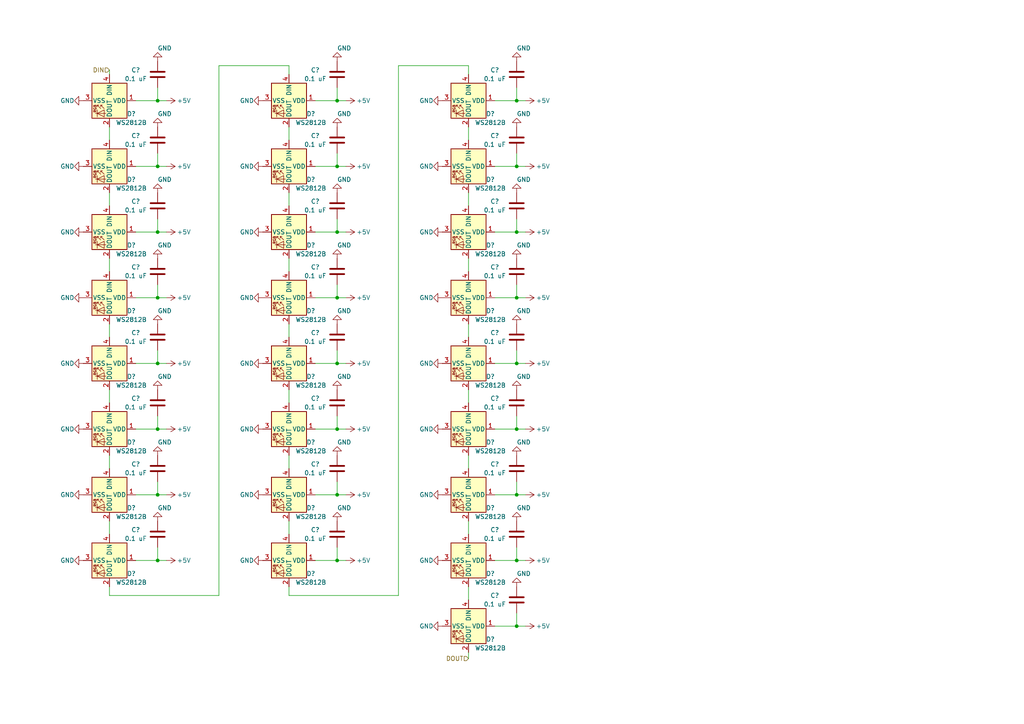
<source format=kicad_sch>
(kicad_sch (version 20211123) (generator eeschema)
  (paper "A4")
  (lib_symbols
    (symbol "Device:C" (pin_numbers hide) (pin_names (offset 0.254))
      (property "Reference" "C" (at 0.635 2.54 0))
      (property "Value" "C" (at 0.635 -2.54 0))
      (symbol "C_0_1"
        (polyline (pts (xy -2.032 -0.762) (xy 2.032 -0.762)) (stroke (width 0.508)))
        (polyline (pts (xy -2.032 0.762) (xy 2.032 0.762)) (stroke (width 0.508)))
      )
      (symbol "C_1_1"
        (pin passive line (at 0 3.81 270) (length 2.794) (name "~") (number "1"))
        (pin passive line (at 0 -3.81 90) (length 2.794) (name "~") (number "2"))
      )
    )
    (symbol "LED:WS2812B" (pin_names (offset 0.254))
      (property "Reference" "D" (at 5.08 5.715 0))
      (property "Value" "WS2812B" (at 1.27 -5.715 0))
      (symbol "WS2812B_0_0"
        (text "RGB" (at 2.286 -4.191 0) (effects (font (size 0.762 0.762))))
      )
      (symbol "WS2812B_0_1"
        (polyline (pts (xy 1.27 -3.556) (xy 1.778 -3.556)))
        (polyline (pts (xy 1.27 -2.54) (xy 1.778 -2.54)))
        (polyline (pts (xy 4.699 -3.556) (xy 2.667 -3.556)))
        (polyline (pts (xy 2.286 -2.54) (xy 1.27 -3.556) (xy 1.27 -3.048)))
        (polyline (pts (xy 2.286 -1.524) (xy 1.27 -2.54) (xy 1.27 -2.032)))
        (polyline (pts (xy 3.683 -1.016) (xy 3.683 -3.556) (xy 3.683 -4.064)))
        (polyline (pts (xy 4.699 -1.524) (xy 2.667 -1.524) (xy 3.683 -3.556) (xy 4.699 -1.524)))
        (rectangle (start 5.08 5.08) (end -5.08 -5.08) (stroke (width 0.254)) (fill (type background)))
      )
      (symbol "WS2812B_1_1"
        (pin power_in line (at 0 7.62 270) (length 2.54) (name "VDD") (number "1"))
        (pin output line (at 7.62 0 180) (length 2.54) (name "DOUT") (number "2"))
        (pin power_in line (at 0 -7.62 90) (length 2.54) (name "VSS") (number "3"))
        (pin input line (at -7.62 0 0) (length 2.54) (name "DIN") (number "4"))
      )
    )
    (symbol "power:+5V" (power) (pin_names (offset 0))
      (property "Value" "+5V" (at 0 3.556 0))
      (symbol "+5V_0_1"
        (polyline (pts (xy -0.762 1.27) (xy 0 2.54)))
        (polyline (pts (xy 0 0) (xy 0 2.54)))
        (polyline (pts (xy 0 2.54) (xy 0.762 1.27)))
      )
      (symbol "+5V_1_1"
        (pin power_in line (at 0 0 90) (length 0) hide (name "+5V") (number "1"))
      )
    )
    (symbol "power:GND" (power) (pin_names (offset 0))
      (property "Value" "GND" (at 0 -3.81 0))
      (symbol "GND_0_1"
        (polyline (pts (xy 0 0) (xy 0 -1.27) (xy 1.27 -1.27) (xy 0 -2.54) (xy -1.27 -1.27) (xy 0 -1.27)))
      )
      (symbol "GND_1_1"
        (pin power_in line (at 0 0 270) (length 0) hide (name "GND") (number "1"))
      )
    )
  )
  (junction (at 97.79 162.56))
  (junction (at 149.86 86.36))
  (junction (at 97.79 48.26))
  (junction (at 45.72 105.41))
  (junction (at 45.72 48.26))
  (junction (at 149.86 181.61))
  (junction (at 149.86 48.26))
  (junction (at 97.79 86.36))
  (junction (at 149.86 105.41))
  (junction (at 45.72 67.31))
  (junction (at 45.72 143.51))
  (junction (at 97.79 143.51))
  (junction (at 149.86 29.21))
  (junction (at 45.72 86.36))
  (junction (at 45.72 162.56))
  (junction (at 97.79 67.31))
  (junction (at 45.72 124.46))
  (junction (at 97.79 124.46))
  (junction (at 149.86 124.46))
  (junction (at 149.86 143.51))
  (junction (at 149.86 162.56))
  (junction (at 97.79 105.41))
  (junction (at 149.86 67.31))
  (junction (at 97.79 29.21))
  (junction (at 45.72 29.21))
  (wire (pts (xy 149.86 63.5) (xy 149.86 67.31)))
  (wire (pts (xy 135.89 191.008) (xy 135.89 189.23)))
  (wire (pts (xy 149.86 25.4) (xy 149.86 29.21)))
  (wire (pts (xy 135.89 151.13) (xy 135.89 154.94)))
  (wire (pts (xy 152.4 105.41) (xy 149.86 105.41)))
  (wire (pts (xy 63.5 19.05) (xy 63.5 172.72)))
  (wire (pts (xy 45.72 101.6) (xy 45.72 105.41)))
  (wire (pts (xy 143.51 67.31) (xy 149.86 67.31)))
  (wire (pts (xy 135.89 55.88) (xy 135.89 59.69)))
  (wire (pts (xy 97.79 63.5) (xy 97.79 67.31)))
  (wire (pts (xy 31.75 113.03) (xy 31.75 116.84)))
  (wire (pts (xy 83.82 113.03) (xy 83.82 116.84)))
  (wire (pts (xy 152.4 48.26) (xy 149.86 48.26)))
  (wire (pts (xy 143.51 105.41) (xy 149.86 105.41)))
  (wire (pts (xy 100.33 86.36) (xy 97.79 86.36)))
  (wire (pts (xy 48.26 86.36) (xy 45.72 86.36)))
  (wire (pts (xy 143.51 48.26) (xy 149.86 48.26)))
  (wire (pts (xy 48.26 162.56) (xy 45.72 162.56)))
  (wire (pts (xy 91.44 143.51) (xy 97.79 143.51)))
  (wire (pts (xy 48.26 67.31) (xy 45.72 67.31)))
  (wire (pts (xy 149.86 101.6) (xy 149.86 105.41)))
  (wire (pts (xy 31.75 55.88) (xy 31.75 59.69)))
  (wire (pts (xy 91.44 162.56) (xy 97.79 162.56)))
  (wire (pts (xy 143.51 181.61) (xy 149.86 181.61)))
  (wire (pts (xy 100.33 143.51) (xy 97.79 143.51)))
  (wire (pts (xy 143.51 143.51) (xy 149.86 143.51)))
  (wire (pts (xy 97.79 158.75) (xy 97.79 162.56)))
  (wire (pts (xy 135.89 170.18) (xy 135.89 173.99)))
  (wire (pts (xy 39.37 86.36) (xy 45.72 86.36)))
  (wire (pts (xy 143.51 162.56) (xy 149.86 162.56)))
  (wire (pts (xy 83.82 74.93) (xy 83.82 78.74)))
  (wire (pts (xy 143.51 29.21) (xy 149.86 29.21)))
  (wire (pts (xy 152.4 162.56) (xy 149.86 162.56)))
  (wire (pts (xy 149.86 158.75) (xy 149.86 162.56)))
  (wire (pts (xy 39.37 105.41) (xy 45.72 105.41)))
  (wire (pts (xy 143.51 86.36) (xy 149.86 86.36)))
  (wire (pts (xy 100.33 48.26) (xy 97.79 48.26)))
  (wire (pts (xy 91.44 29.21) (xy 97.79 29.21)))
  (wire (pts (xy 149.86 120.65) (xy 149.86 124.46)))
  (wire (pts (xy 152.4 67.31) (xy 149.86 67.31)))
  (wire (pts (xy 31.75 20.32) (xy 31.75 21.59)))
  (wire (pts (xy 45.72 158.75) (xy 45.72 162.56)))
  (wire (pts (xy 152.4 143.51) (xy 149.86 143.51)))
  (wire (pts (xy 83.82 151.13) (xy 83.82 154.94)))
  (wire (pts (xy 83.82 36.83) (xy 83.82 40.64)))
  (wire (pts (xy 135.89 19.05) (xy 135.89 21.59)))
  (wire (pts (xy 115.57 19.05) (xy 115.57 172.72)))
  (wire (pts (xy 31.75 170.18) (xy 31.75 172.72)))
  (wire (pts (xy 83.82 55.88) (xy 83.82 59.69)))
  (wire (pts (xy 63.5 19.05) (xy 83.82 19.05)))
  (wire (pts (xy 48.26 29.21) (xy 45.72 29.21)))
  (wire (pts (xy 97.79 120.65) (xy 97.79 124.46)))
  (wire (pts (xy 135.89 93.98) (xy 135.89 97.79)))
  (wire (pts (xy 45.72 82.55) (xy 45.72 86.36)))
  (wire (pts (xy 39.37 48.26) (xy 45.72 48.26)))
  (wire (pts (xy 48.26 143.51) (xy 45.72 143.51)))
  (wire (pts (xy 135.89 74.93) (xy 135.89 78.74)))
  (wire (pts (xy 83.82 172.72) (xy 115.57 172.72)))
  (wire (pts (xy 45.72 44.45) (xy 45.72 48.26)))
  (wire (pts (xy 97.79 139.7) (xy 97.79 143.51)))
  (wire (pts (xy 135.89 132.08) (xy 135.89 135.89)))
  (wire (pts (xy 152.4 124.46) (xy 149.86 124.46)))
  (wire (pts (xy 149.86 82.55) (xy 149.86 86.36)))
  (wire (pts (xy 97.79 101.6) (xy 97.79 105.41)))
  (wire (pts (xy 149.86 44.45) (xy 149.86 48.26)))
  (wire (pts (xy 31.75 132.08) (xy 31.75 135.89)))
  (wire (pts (xy 97.79 25.4) (xy 97.79 29.21)))
  (wire (pts (xy 48.26 124.46) (xy 45.72 124.46)))
  (wire (pts (xy 48.26 48.26) (xy 45.72 48.26)))
  (wire (pts (xy 97.79 82.55) (xy 97.79 86.36)))
  (wire (pts (xy 115.57 19.05) (xy 135.89 19.05)))
  (wire (pts (xy 149.86 177.8) (xy 149.86 181.61)))
  (wire (pts (xy 91.44 86.36) (xy 97.79 86.36)))
  (wire (pts (xy 97.79 44.45) (xy 97.79 48.26)))
  (wire (pts (xy 83.82 170.18) (xy 83.82 172.72)))
  (wire (pts (xy 48.26 105.41) (xy 45.72 105.41)))
  (wire (pts (xy 45.72 139.7) (xy 45.72 143.51)))
  (wire (pts (xy 91.44 124.46) (xy 97.79 124.46)))
  (wire (pts (xy 83.82 19.05) (xy 83.82 21.59)))
  (wire (pts (xy 149.86 139.7) (xy 149.86 143.51)))
  (wire (pts (xy 91.44 105.41) (xy 97.79 105.41)))
  (wire (pts (xy 31.75 172.72) (xy 63.5 172.72)))
  (wire (pts (xy 100.33 162.56) (xy 97.79 162.56)))
  (wire (pts (xy 91.44 48.26) (xy 97.79 48.26)))
  (wire (pts (xy 31.75 36.83) (xy 31.75 40.64)))
  (wire (pts (xy 45.72 63.5) (xy 45.72 67.31)))
  (wire (pts (xy 135.89 36.83) (xy 135.89 40.64)))
  (wire (pts (xy 100.33 105.41) (xy 97.79 105.41)))
  (wire (pts (xy 39.37 29.21) (xy 45.72 29.21)))
  (wire (pts (xy 39.37 143.51) (xy 45.72 143.51)))
  (wire (pts (xy 135.89 113.03) (xy 135.89 116.84)))
  (wire (pts (xy 83.82 93.98) (xy 83.82 97.79)))
  (wire (pts (xy 45.72 25.4) (xy 45.72 29.21)))
  (wire (pts (xy 39.37 124.46) (xy 45.72 124.46)))
  (wire (pts (xy 39.37 67.31) (xy 45.72 67.31)))
  (wire (pts (xy 31.75 74.93) (xy 31.75 78.74)))
  (wire (pts (xy 31.75 93.98) (xy 31.75 97.79)))
  (wire (pts (xy 100.33 29.21) (xy 97.79 29.21)))
  (wire (pts (xy 83.82 132.08) (xy 83.82 135.89)))
  (wire (pts (xy 100.33 124.46) (xy 97.79 124.46)))
  (wire (pts (xy 152.4 181.61) (xy 149.86 181.61)))
  (wire (pts (xy 45.72 120.65) (xy 45.72 124.46)))
  (wire (pts (xy 39.37 162.56) (xy 45.72 162.56)))
  (wire (pts (xy 152.4 86.36) (xy 149.86 86.36)))
  (wire (pts (xy 100.33 67.31) (xy 97.79 67.31)))
  (wire (pts (xy 143.51 124.46) (xy 149.86 124.46)))
  (wire (pts (xy 31.75 151.13) (xy 31.75 154.94)))
  (wire (pts (xy 91.44 67.31) (xy 97.79 67.31)))
  (wire (pts (xy 152.4 29.21) (xy 149.86 29.21)))
  (hierarchical_label "DIN" (shape input) (at 31.75 20.32 180))
  (hierarchical_label "DOUT" (shape input) (at 135.89 191.008 180))
  (symbol (lib_id "power:GND") (at 45.72 93.98 180) (unit 1)
    (property "Reference" "#PWR?" (effects hide))
    (property "Value" "GND" (at 45.7201 90.17 0) (effects (justify right)))
  )
  (symbol (lib_id "power:+5V") (at 48.26 162.56 270) (unit 1)
    (property "Reference" "#PWR?" (effects hide))
    (property "Value" "+5V" (at 53.34 162.56 90))
  )
  (symbol (lib_id "LED:WS2812B") (at 135.89 124.46 270) (unit 1)
    (property "Reference" "D?" (at 142.24 128.27 90))
    (property "Value" "WS2812B" (at 142.24 130.81 90))
    (property "Footprint" "LED_SMD:LED_WS2812B_PLCC4_5.0x5.0mm_P3.2mm" (effects hide))
    (property "Datasheet" "https://cdn-shop.adafruit.com/datasheets/WS2812B.pdf" (effects hide))
  )
  (symbol (lib_id "power:GND") (at 76.2 67.31 270) (unit 1)
    (property "Reference" "#PWR?" (effects hide))
    (property "Value" "GND" (at 73.66 67.31 90) (effects (justify right)))
  )
  (symbol (lib_id "LED:WS2812B") (at 83.82 143.51 270) (unit 1)
    (property "Reference" "D?" (at 90.17 147.32 90))
    (property "Value" "WS2812B" (at 90.17 149.86 90))
    (property "Footprint" "LED_SMD:LED_WS2812B_PLCC4_5.0x5.0mm_P3.2mm" (effects hide))
    (property "Datasheet" "https://cdn-shop.adafruit.com/datasheets/WS2812B.pdf" (effects hide))
  )
  (symbol (lib_id "power:GND") (at 97.79 151.13 180) (unit 1)
    (property "Reference" "#PWR?" (effects hide))
    (property "Value" "GND" (at 97.7901 147.32 0) (effects (justify right)))
  )
  (symbol (lib_id "Device:C") (at 45.72 40.64 0) (unit 1)
    (property "Reference" "C?" (at 39.37 39.37 0))
    (property "Value" "0.1 uF" (at 39.37 41.91 0))
  )
  (symbol (lib_id "power:GND") (at 149.86 17.78 180) (unit 1)
    (property "Reference" "#PWR?" (effects hide))
    (property "Value" "GND" (at 149.8601 13.97 0) (effects (justify right)))
  )
  (symbol (lib_id "power:+5V") (at 100.33 143.51 270) (unit 1)
    (property "Reference" "#PWR?" (effects hide))
    (property "Value" "+5V" (at 105.41 143.51 90))
  )
  (symbol (lib_id "Device:C") (at 45.72 135.89 0) (unit 1)
    (property "Reference" "C?" (at 39.37 134.62 0))
    (property "Value" "0.1 uF" (at 39.37 137.16 0))
  )
  (symbol (lib_id "power:+5V") (at 152.4 105.41 270) (unit 1)
    (property "Reference" "#PWR?" (effects hide))
    (property "Value" "+5V" (at 157.48 105.41 90))
  )
  (symbol (lib_id "LED:WS2812B") (at 135.89 105.41 270) (unit 1)
    (property "Reference" "D?" (at 142.24 109.22 90))
    (property "Value" "WS2812B" (at 142.24 111.76 90))
    (property "Footprint" "LED_SMD:LED_WS2812B_PLCC4_5.0x5.0mm_P3.2mm" (effects hide))
    (property "Datasheet" "https://cdn-shop.adafruit.com/datasheets/WS2812B.pdf" (effects hide))
  )
  (symbol (lib_id "power:GND") (at 97.79 17.78 180) (unit 1)
    (property "Reference" "#PWR?" (effects hide))
    (property "Value" "GND" (at 97.7901 13.97 0) (effects (justify right)))
  )
  (symbol (lib_id "power:GND") (at 24.13 143.51 270) (unit 1)
    (property "Reference" "#PWR?" (effects hide))
    (property "Value" "GND" (at 21.59 143.51 90) (effects (justify right)))
  )
  (symbol (lib_id "power:GND") (at 149.86 93.98 180) (unit 1)
    (property "Reference" "#PWR?" (effects hide))
    (property "Value" "GND" (at 149.8601 90.17 0) (effects (justify right)))
  )
  (symbol (lib_id "power:+5V") (at 48.26 67.31 270) (unit 1)
    (property "Reference" "#PWR?" (effects hide))
    (property "Value" "+5V" (at 53.34 67.31 90))
  )
  (symbol (lib_id "power:GND") (at 128.27 48.26 270) (unit 1)
    (property "Reference" "#PWR?" (effects hide))
    (property "Value" "GND" (at 125.73 48.26 90) (effects (justify right)))
  )
  (symbol (lib_id "Device:C") (at 149.86 40.64 0) (unit 1)
    (property "Reference" "C?" (at 143.51 39.37 0))
    (property "Value" "0.1 uF" (at 143.51 41.91 0))
  )
  (symbol (lib_id "power:GND") (at 76.2 48.26 270) (unit 1)
    (property "Reference" "#PWR?" (effects hide))
    (property "Value" "GND" (at 73.66 48.26 90) (effects (justify right)))
  )
  (symbol (lib_id "Device:C") (at 97.79 154.94 0) (unit 1)
    (property "Reference" "C?" (at 91.44 153.67 0))
    (property "Value" "0.1 uF" (at 91.44 156.21 0))
  )
  (symbol (lib_id "power:+5V") (at 48.26 29.21 270) (unit 1)
    (property "Reference" "#PWR?" (effects hide))
    (property "Value" "+5V" (at 53.34 29.21 90))
  )
  (symbol (lib_id "Device:C") (at 149.86 21.59 0) (unit 1)
    (property "Reference" "C?" (at 143.51 20.32 0))
    (property "Value" "0.1 uF" (at 143.51 22.86 0))
  )
  (symbol (lib_id "power:GND") (at 45.72 17.78 180) (unit 1)
    (property "Reference" "#PWR?" (effects hide))
    (property "Value" "GND" (at 45.7201 13.97 0) (effects (justify right)))
  )
  (symbol (lib_id "LED:WS2812B") (at 135.89 86.36 270) (unit 1)
    (property "Reference" "D?" (at 142.24 90.17 90))
    (property "Value" "WS2812B" (at 142.24 92.71 90))
    (property "Footprint" "LED_SMD:LED_WS2812B_PLCC4_5.0x5.0mm_P3.2mm" (effects hide))
    (property "Datasheet" "https://cdn-shop.adafruit.com/datasheets/WS2812B.pdf" (effects hide))
  )
  (symbol (lib_id "power:+5V") (at 100.33 67.31 270) (unit 1)
    (property "Reference" "#PWR?" (effects hide))
    (property "Value" "+5V" (at 105.41 67.31 90))
  )
  (symbol (lib_id "power:GND") (at 149.86 151.13 180) (unit 1)
    (property "Reference" "#PWR?" (effects hide))
    (property "Value" "GND" (at 149.8601 147.32 0) (effects (justify right)))
  )
  (symbol (lib_id "power:GND") (at 24.13 29.21 270) (unit 1)
    (property "Reference" "#PWR?" (effects hide))
    (property "Value" "GND" (at 21.59 29.21 90) (effects (justify right)))
  )
  (symbol (lib_id "power:GND") (at 76.2 162.56 270) (unit 1)
    (property "Reference" "#PWR?" (effects hide))
    (property "Value" "GND" (at 73.66 162.56 90) (effects (justify right)))
  )
  (symbol (lib_id "power:GND") (at 97.79 132.08 180) (unit 1)
    (property "Reference" "#PWR?" (effects hide))
    (property "Value" "GND" (at 97.7901 128.27 0) (effects (justify right)))
  )
  (symbol (lib_id "LED:WS2812B") (at 83.82 86.36 270) (unit 1)
    (property "Reference" "D?" (at 90.17 90.17 90))
    (property "Value" "WS2812B" (at 90.17 92.71 90))
    (property "Footprint" "LED_SMD:LED_WS2812B_PLCC4_5.0x5.0mm_P3.2mm" (effects hide))
    (property "Datasheet" "https://cdn-shop.adafruit.com/datasheets/WS2812B.pdf" (effects hide))
  )
  (symbol (lib_id "power:+5V") (at 152.4 86.36 270) (unit 1)
    (property "Reference" "#PWR?" (effects hide))
    (property "Value" "+5V" (at 157.48 86.36 90))
  )
  (symbol (lib_id "Device:C") (at 97.79 116.84 0) (unit 1)
    (property "Reference" "C?" (at 91.44 115.57 0))
    (property "Value" "0.1 uF" (at 91.44 118.11 0))
  )
  (symbol (lib_id "LED:WS2812B") (at 31.75 67.31 270) (unit 1)
    (property "Reference" "D?" (at 38.1 71.12 90))
    (property "Value" "WS2812B" (at 38.1 73.66 90))
    (property "Footprint" "LED_SMD:LED_WS2812B_PLCC4_5.0x5.0mm_P3.2mm" (effects hide))
    (property "Datasheet" "https://cdn-shop.adafruit.com/datasheets/WS2812B.pdf" (effects hide))
  )
  (symbol (lib_id "Device:C") (at 149.86 135.89 0) (unit 1)
    (property "Reference" "C?" (at 143.51 134.62 0))
    (property "Value" "0.1 uF" (at 143.51 137.16 0))
  )
  (symbol (lib_id "Device:C") (at 45.72 59.69 0) (unit 1)
    (property "Reference" "C?" (at 39.37 58.42 0))
    (property "Value" "0.1 uF" (at 39.37 60.96 0))
  )
  (symbol (lib_id "power:GND") (at 128.27 162.56 270) (unit 1)
    (property "Reference" "#PWR?" (effects hide))
    (property "Value" "GND" (at 125.73 162.56 90) (effects (justify right)))
  )
  (symbol (lib_id "power:+5V") (at 48.26 124.46 270) (unit 1)
    (property "Reference" "#PWR?" (effects hide))
    (property "Value" "+5V" (at 53.34 124.46 90))
  )
  (symbol (lib_id "LED:WS2812B") (at 135.89 29.21 270) (unit 1)
    (property "Reference" "D?" (at 142.24 33.02 90))
    (property "Value" "WS2812B" (at 142.24 35.56 90))
    (property "Footprint" "LED_SMD:LED_WS2812B_PLCC4_5.0x5.0mm_P3.2mm" (effects hide))
    (property "Datasheet" "https://cdn-shop.adafruit.com/datasheets/WS2812B.pdf" (effects hide))
  )
  (symbol (lib_id "power:GND") (at 149.86 74.93 180) (unit 1)
    (property "Reference" "#PWR?" (effects hide))
    (property "Value" "GND" (at 149.8601 71.12 0) (effects (justify right)))
  )
  (symbol (lib_id "power:GND") (at 24.13 48.26 270) (unit 1)
    (property "Reference" "#PWR?" (effects hide))
    (property "Value" "GND" (at 21.59 48.26 90) (effects (justify right)))
  )
  (symbol (lib_id "power:GND") (at 128.27 105.41 270) (unit 1)
    (property "Reference" "#PWR?" (effects hide))
    (property "Value" "GND" (at 125.73 105.41 90) (effects (justify right)))
  )
  (symbol (lib_id "LED:WS2812B") (at 31.75 143.51 270) (unit 1)
    (property "Reference" "D?" (at 38.1 147.32 90))
    (property "Value" "WS2812B" (at 38.1 149.86 90))
    (property "Footprint" "LED_SMD:LED_WS2812B_PLCC4_5.0x5.0mm_P3.2mm" (effects hide))
    (property "Datasheet" "https://cdn-shop.adafruit.com/datasheets/WS2812B.pdf" (effects hide))
  )
  (symbol (lib_id "Device:C") (at 97.79 97.79 0) (unit 1)
    (property "Reference" "C?" (at 91.44 96.52 0))
    (property "Value" "0.1 uF" (at 91.44 99.06 0))
  )
  (symbol (lib_id "Device:C") (at 149.86 97.79 0) (unit 1)
    (property "Reference" "C?" (at 143.51 96.52 0))
    (property "Value" "0.1 uF" (at 143.51 99.06 0))
  )
  (symbol (lib_id "LED:WS2812B") (at 31.75 124.46 270) (unit 1)
    (property "Reference" "D?" (at 38.1 128.27 90))
    (property "Value" "WS2812B" (at 38.1 130.81 90))
    (property "Footprint" "LED_SMD:LED_WS2812B_PLCC4_5.0x5.0mm_P3.2mm" (effects hide))
    (property "Datasheet" "https://cdn-shop.adafruit.com/datasheets/WS2812B.pdf" (effects hide))
  )
  (symbol (lib_id "power:GND") (at 24.13 162.56 270) (unit 1)
    (property "Reference" "#PWR?" (effects hide))
    (property "Value" "GND" (at 21.59 162.56 90) (effects (justify right)))
  )
  (symbol (lib_id "power:GND") (at 45.72 36.83 180) (unit 1)
    (property "Reference" "#PWR?" (effects hide))
    (property "Value" "GND" (at 45.7201 33.02 0) (effects (justify right)))
  )
  (symbol (lib_id "LED:WS2812B") (at 83.82 124.46 270) (unit 1)
    (property "Reference" "D?" (at 90.17 128.27 90))
    (property "Value" "WS2812B" (at 90.17 130.81 90))
    (property "Footprint" "LED_SMD:LED_WS2812B_PLCC4_5.0x5.0mm_P3.2mm" (effects hide))
    (property "Datasheet" "https://cdn-shop.adafruit.com/datasheets/WS2812B.pdf" (effects hide))
  )
  (symbol (lib_id "power:GND") (at 76.2 124.46 270) (unit 1)
    (property "Reference" "#PWR?" (effects hide))
    (property "Value" "GND" (at 73.66 124.46 90) (effects (justify right)))
  )
  (symbol (lib_id "power:+5V") (at 152.4 124.46 270) (unit 1)
    (property "Reference" "#PWR?" (effects hide))
    (property "Value" "+5V" (at 157.48 124.46 90))
  )
  (symbol (lib_id "Device:C") (at 149.86 59.69 0) (unit 1)
    (property "Reference" "C?" (at 143.51 58.42 0))
    (property "Value" "0.1 uF" (at 143.51 60.96 0))
  )
  (symbol (lib_id "LED:WS2812B") (at 31.75 162.56 270) (unit 1)
    (property "Reference" "D?" (at 38.1 166.37 90))
    (property "Value" "WS2812B" (at 38.1 168.91 90))
    (property "Footprint" "LED_SMD:LED_WS2812B_PLCC4_5.0x5.0mm_P3.2mm" (effects hide))
    (property "Datasheet" "https://cdn-shop.adafruit.com/datasheets/WS2812B.pdf" (effects hide))
  )
  (symbol (lib_id "power:GND") (at 97.79 113.03 180) (unit 1)
    (property "Reference" "#PWR?" (effects hide))
    (property "Value" "GND" (at 97.7901 109.22 0) (effects (justify right)))
  )
  (symbol (lib_id "power:+5V") (at 100.33 48.26 270) (unit 1)
    (property "Reference" "#PWR?" (effects hide))
    (property "Value" "+5V" (at 105.41 48.26 90))
  )
  (symbol (lib_id "LED:WS2812B") (at 135.89 181.61 270) (unit 1)
    (property "Reference" "D?" (at 142.24 185.42 90))
    (property "Value" "WS2812B" (at 142.24 187.96 90))
    (property "Footprint" "LED_SMD:LED_WS2812B_PLCC4_5.0x5.0mm_P3.2mm" (effects hide))
    (property "Datasheet" "https://cdn-shop.adafruit.com/datasheets/WS2812B.pdf" (effects hide))
  )
  (symbol (lib_id "power:GND") (at 128.27 181.61 270) (unit 1)
    (property "Reference" "#PWR?" (effects hide))
    (property "Value" "GND" (at 125.73 181.61 90) (effects (justify right)))
  )
  (symbol (lib_id "power:GND") (at 76.2 105.41 270) (unit 1)
    (property "Reference" "#PWR?" (effects hide))
    (property "Value" "GND" (at 73.66 105.41 90) (effects (justify right)))
  )
  (symbol (lib_id "Device:C") (at 149.86 116.84 0) (unit 1)
    (property "Reference" "C?" (at 143.51 115.57 0))
    (property "Value" "0.1 uF" (at 143.51 118.11 0))
  )
  (symbol (lib_id "LED:WS2812B") (at 83.82 67.31 270) (unit 1)
    (property "Reference" "D?" (at 90.17 71.12 90))
    (property "Value" "WS2812B" (at 90.17 73.66 90))
    (property "Footprint" "LED_SMD:LED_WS2812B_PLCC4_5.0x5.0mm_P3.2mm" (effects hide))
    (property "Datasheet" "https://cdn-shop.adafruit.com/datasheets/WS2812B.pdf" (effects hide))
  )
  (symbol (lib_id "LED:WS2812B") (at 31.75 48.26 270) (unit 1)
    (property "Reference" "D?" (at 38.1 52.07 90))
    (property "Value" "WS2812B" (at 38.1 54.61 90))
    (property "Footprint" "LED_SMD:LED_WS2812B_PLCC4_5.0x5.0mm_P3.2mm" (effects hide))
    (property "Datasheet" "https://cdn-shop.adafruit.com/datasheets/WS2812B.pdf" (effects hide))
  )
  (symbol (lib_id "power:GND") (at 45.72 55.88 180) (unit 1)
    (property "Reference" "#PWR?" (effects hide))
    (property "Value" "GND" (at 45.7201 52.07 0) (effects (justify right)))
  )
  (symbol (lib_id "power:GND") (at 45.72 113.03 180) (unit 1)
    (property "Reference" "#PWR?" (effects hide))
    (property "Value" "GND" (at 45.7201 109.22 0) (effects (justify right)))
  )
  (symbol (lib_id "power:GND") (at 76.2 29.21 270) (unit 1)
    (property "Reference" "#PWR?" (effects hide))
    (property "Value" "GND" (at 73.66 29.21 90) (effects (justify right)))
  )
  (symbol (lib_id "power:GND") (at 24.13 124.46 270) (unit 1)
    (property "Reference" "#PWR?" (effects hide))
    (property "Value" "GND" (at 21.59 124.46 90) (effects (justify right)))
  )
  (symbol (lib_id "LED:WS2812B") (at 135.89 67.31 270) (unit 1)
    (property "Reference" "D?" (at 142.24 71.12 90))
    (property "Value" "WS2812B" (at 142.24 73.66 90))
    (property "Footprint" "LED_SMD:LED_WS2812B_PLCC4_5.0x5.0mm_P3.2mm" (effects hide))
    (property "Datasheet" "https://cdn-shop.adafruit.com/datasheets/WS2812B.pdf" (effects hide))
  )
  (symbol (lib_id "power:GND") (at 128.27 124.46 270) (unit 1)
    (property "Reference" "#PWR?" (effects hide))
    (property "Value" "GND" (at 125.73 124.46 90) (effects (justify right)))
  )
  (symbol (lib_id "Device:C") (at 97.79 21.59 0) (unit 1)
    (property "Reference" "C?" (at 91.44 20.32 0))
    (property "Value" "0.1 uF" (at 91.44 22.86 0))
  )
  (symbol (lib_id "power:GND") (at 45.72 151.13 180) (unit 1)
    (property "Reference" "#PWR?" (effects hide))
    (property "Value" "GND" (at 45.7201 147.32 0) (effects (justify right)))
  )
  (symbol (lib_id "Device:C") (at 97.79 59.69 0) (unit 1)
    (property "Reference" "C?" (at 91.44 58.42 0))
    (property "Value" "0.1 uF" (at 91.44 60.96 0))
  )
  (symbol (lib_id "power:+5V") (at 100.33 86.36 270) (unit 1)
    (property "Reference" "#PWR?" (effects hide))
    (property "Value" "+5V" (at 105.41 86.36 90))
  )
  (symbol (lib_id "power:+5V") (at 152.4 143.51 270) (unit 1)
    (property "Reference" "#PWR?" (effects hide))
    (property "Value" "+5V" (at 157.48 143.51 90))
  )
  (symbol (lib_id "LED:WS2812B") (at 83.82 29.21 270) (unit 1)
    (property "Reference" "D?" (at 90.17 33.02 90))
    (property "Value" "WS2812B" (at 90.17 35.56 90))
    (property "Footprint" "LED_SMD:LED_WS2812B_PLCC4_5.0x5.0mm_P3.2mm" (effects hide))
    (property "Datasheet" "https://cdn-shop.adafruit.com/datasheets/WS2812B.pdf" (effects hide))
  )
  (symbol (lib_id "Device:C") (at 97.79 78.74 0) (unit 1)
    (property "Reference" "C?" (at 91.44 77.47 0))
    (property "Value" "0.1 uF" (at 91.44 80.01 0))
  )
  (symbol (lib_id "LED:WS2812B") (at 135.89 162.56 270) (unit 1)
    (property "Reference" "D?" (at 142.24 166.37 90))
    (property "Value" "WS2812B" (at 142.24 168.91 90))
    (property "Footprint" "LED_SMD:LED_WS2812B_PLCC4_5.0x5.0mm_P3.2mm" (effects hide))
    (property "Datasheet" "https://cdn-shop.adafruit.com/datasheets/WS2812B.pdf" (effects hide))
  )
  (symbol (lib_id "power:+5V") (at 152.4 48.26 270) (unit 1)
    (property "Reference" "#PWR?" (effects hide))
    (property "Value" "+5V" (at 157.48 48.26 90))
  )
  (symbol (lib_id "Device:C") (at 45.72 78.74 0) (unit 1)
    (property "Reference" "C?" (at 39.37 77.47 0))
    (property "Value" "0.1 uF" (at 39.37 80.01 0))
  )
  (symbol (lib_id "power:+5V") (at 100.33 124.46 270) (unit 1)
    (property "Reference" "#PWR?" (effects hide))
    (property "Value" "+5V" (at 105.41 124.46 90))
  )
  (symbol (lib_id "power:+5V") (at 48.26 86.36 270) (unit 1)
    (property "Reference" "#PWR?" (effects hide))
    (property "Value" "+5V" (at 53.34 86.36 90))
  )
  (symbol (lib_id "power:+5V") (at 100.33 162.56 270) (unit 1)
    (property "Reference" "#PWR?" (effects hide))
    (property "Value" "+5V" (at 105.41 162.56 90))
  )
  (symbol (lib_id "power:GND") (at 149.86 113.03 180) (unit 1)
    (property "Reference" "#PWR?" (effects hide))
    (property "Value" "GND" (at 149.8601 109.22 0) (effects (justify right)))
  )
  (symbol (lib_id "power:GND") (at 45.72 74.93 180) (unit 1)
    (property "Reference" "#PWR?" (effects hide))
    (property "Value" "GND" (at 45.7201 71.12 0) (effects (justify right)))
  )
  (symbol (lib_id "LED:WS2812B") (at 83.82 48.26 270) (unit 1)
    (property "Reference" "D?" (at 90.17 52.07 90))
    (property "Value" "WS2812B" (at 90.17 54.61 90))
    (property "Footprint" "LED_SMD:LED_WS2812B_PLCC4_5.0x5.0mm_P3.2mm" (effects hide))
    (property "Datasheet" "https://cdn-shop.adafruit.com/datasheets/WS2812B.pdf" (effects hide))
  )
  (symbol (lib_id "power:GND") (at 149.86 132.08 180) (unit 1)
    (property "Reference" "#PWR?" (effects hide))
    (property "Value" "GND" (at 149.8601 128.27 0) (effects (justify right)))
  )
  (symbol (lib_id "power:GND") (at 97.79 93.98 180) (unit 1)
    (property "Reference" "#PWR?" (effects hide))
    (property "Value" "GND" (at 97.7901 90.17 0) (effects (justify right)))
  )
  (symbol (lib_id "Device:C") (at 97.79 135.89 0) (unit 1)
    (property "Reference" "C?" (at 91.44 134.62 0))
    (property "Value" "0.1 uF" (at 91.44 137.16 0))
  )
  (symbol (lib_id "power:GND") (at 149.86 55.88 180) (unit 1)
    (property "Reference" "#PWR?" (effects hide))
    (property "Value" "GND" (at 149.8601 52.07 0) (effects (justify right)))
  )
  (symbol (lib_id "Device:C") (at 45.72 21.59 0) (unit 1)
    (property "Reference" "C?" (at 39.37 20.32 0))
    (property "Value" "0.1 uF" (at 39.37 22.86 0))
  )
  (symbol (lib_id "power:+5V") (at 48.26 105.41 270) (unit 1)
    (property "Reference" "#PWR?" (effects hide))
    (property "Value" "+5V" (at 53.34 105.41 90))
  )
  (symbol (lib_id "power:+5V") (at 152.4 181.61 270) (unit 1)
    (property "Reference" "#PWR?" (effects hide))
    (property "Value" "+5V" (at 157.48 181.61 90))
  )
  (symbol (lib_id "Device:C") (at 149.86 154.94 0) (unit 1)
    (property "Reference" "C?" (at 143.51 153.67 0))
    (property "Value" "0.1 uF" (at 143.51 156.21 0))
  )
  (symbol (lib_id "power:GND") (at 149.86 170.18 180) (unit 1)
    (property "Reference" "#PWR?" (effects hide))
    (property "Value" "GND" (at 149.8601 166.37 0) (effects (justify right)))
  )
  (symbol (lib_id "power:GND") (at 128.27 67.31 270) (unit 1)
    (property "Reference" "#PWR?" (effects hide))
    (property "Value" "GND" (at 125.73 67.31 90) (effects (justify right)))
  )
  (symbol (lib_id "power:+5V") (at 152.4 67.31 270) (unit 1)
    (property "Reference" "#PWR?" (effects hide))
    (property "Value" "+5V" (at 157.48 67.31 90))
  )
  (symbol (lib_id "LED:WS2812B") (at 31.75 105.41 270) (unit 1)
    (property "Reference" "D?" (at 38.1 109.22 90))
    (property "Value" "WS2812B" (at 38.1 111.76 90))
    (property "Footprint" "LED_SMD:LED_WS2812B_PLCC4_5.0x5.0mm_P3.2mm" (effects hide))
    (property "Datasheet" "https://cdn-shop.adafruit.com/datasheets/WS2812B.pdf" (effects hide))
  )
  (symbol (lib_id "Device:C") (at 45.72 97.79 0) (unit 1)
    (property "Reference" "C?" (at 39.37 96.52 0))
    (property "Value" "0.1 uF" (at 39.37 99.06 0))
  )
  (symbol (lib_id "Device:C") (at 97.79 40.64 0) (unit 1)
    (property "Reference" "C?" (at 91.44 39.37 0))
    (property "Value" "0.1 uF" (at 91.44 41.91 0))
  )
  (symbol (lib_id "power:GND") (at 97.79 55.88 180) (unit 1)
    (property "Reference" "#PWR?" (effects hide))
    (property "Value" "GND" (at 97.7901 52.07 0) (effects (justify right)))
  )
  (symbol (lib_id "power:GND") (at 76.2 86.36 270) (unit 1)
    (property "Reference" "#PWR?" (effects hide))
    (property "Value" "GND" (at 73.66 86.36 90) (effects (justify right)))
  )
  (symbol (lib_id "power:+5V") (at 152.4 162.56 270) (unit 1)
    (property "Reference" "#PWR?" (effects hide))
    (property "Value" "+5V" (at 157.48 162.56 90))
  )
  (symbol (lib_id "power:+5V") (at 100.33 105.41 270) (unit 1)
    (property "Reference" "#PWR?" (effects hide))
    (property "Value" "+5V" (at 105.41 105.41 90))
  )
  (symbol (lib_id "LED:WS2812B") (at 31.75 86.36 270) (unit 1)
    (property "Reference" "D?" (at 38.1 90.17 90))
    (property "Value" "WS2812B" (at 38.1 92.71 90))
    (property "Footprint" "LED_SMD:LED_WS2812B_PLCC4_5.0x5.0mm_P3.2mm" (effects hide))
    (property "Datasheet" "https://cdn-shop.adafruit.com/datasheets/WS2812B.pdf" (effects hide))
  )
  (symbol (lib_id "power:GND") (at 24.13 105.41 270) (unit 1)
    (property "Reference" "#PWR?" (effects hide))
    (property "Value" "GND" (at 21.59 105.41 90) (effects (justify right)))
  )
  (symbol (lib_id "power:GND") (at 128.27 143.51 270) (unit 1)
    (property "Reference" "#PWR?" (effects hide))
    (property "Value" "GND" (at 125.73 143.51 90) (effects (justify right)))
  )
  (symbol (lib_id "power:GND") (at 128.27 29.21 270) (unit 1)
    (property "Reference" "#PWR?" (effects hide))
    (property "Value" "GND" (at 125.73 29.21 90) (effects (justify right)))
  )
  (symbol (lib_id "power:+5V") (at 152.4 29.21 270) (unit 1)
    (property "Reference" "#PWR?" (effects hide))
    (property "Value" "+5V" (at 157.48 29.21 90))
  )
  (symbol (lib_id "LED:WS2812B") (at 83.82 162.56 270) (unit 1)
    (property "Reference" "D?" (at 90.17 166.37 90))
    (property "Value" "WS2812B" (at 90.17 168.91 90))
    (property "Footprint" "LED_SMD:LED_WS2812B_PLCC4_5.0x5.0mm_P3.2mm" (effects hide))
    (property "Datasheet" "https://cdn-shop.adafruit.com/datasheets/WS2812B.pdf" (effects hide))
  )
  (symbol (lib_id "LED:WS2812B") (at 31.75 29.21 270) (unit 1)
    (property "Reference" "D?" (at 38.1 33.02 90))
    (property "Value" "WS2812B" (at 38.1 35.56 90))
    (property "Footprint" "LED_SMD:LED_WS2812B_PLCC4_5.0x5.0mm_P3.2mm" (effects hide))
    (property "Datasheet" "https://cdn-shop.adafruit.com/datasheets/WS2812B.pdf" (effects hide))
  )
  (symbol (lib_id "Device:C") (at 149.86 173.99 0) (unit 1)
    (property "Reference" "C?" (at 143.51 172.72 0))
    (property "Value" "0.1 uF" (at 143.51 175.26 0))
  )
  (symbol (lib_id "Device:C") (at 149.86 78.74 0) (unit 1)
    (property "Reference" "C?" (at 143.51 77.47 0))
    (property "Value" "0.1 uF" (at 143.51 80.01 0))
  )
  (symbol (lib_id "power:+5V") (at 100.33 29.21 270) (unit 1)
    (property "Reference" "#PWR?" (effects hide))
    (property "Value" "+5V" (at 105.41 29.21 90))
  )
  (symbol (lib_id "Device:C") (at 45.72 154.94 0) (unit 1)
    (property "Reference" "C?" (at 39.37 153.67 0))
    (property "Value" "0.1 uF" (at 39.37 156.21 0))
  )
  (symbol (lib_id "power:GND") (at 24.13 86.36 270) (unit 1)
    (property "Reference" "#PWR?" (effects hide))
    (property "Value" "GND" (at 21.59 86.36 90) (effects (justify right)))
  )
  (symbol (lib_id "power:GND") (at 128.27 86.36 270) (unit 1)
    (property "Reference" "#PWR?" (effects hide))
    (property "Value" "GND" (at 125.73 86.36 90) (effects (justify right)))
  )
  (symbol (lib_id "LED:WS2812B") (at 135.89 48.26 270) (unit 1)
    (property "Reference" "D?" (at 142.24 52.07 90))
    (property "Value" "WS2812B" (at 142.24 54.61 90))
    (property "Footprint" "LED_SMD:LED_WS2812B_PLCC4_5.0x5.0mm_P3.2mm" (effects hide))
    (property "Datasheet" "https://cdn-shop.adafruit.com/datasheets/WS2812B.pdf" (effects hide))
  )
  (symbol (lib_id "power:GND") (at 76.2 143.51 270) (unit 1)
    (property "Reference" "#PWR?" (effects hide))
    (property "Value" "GND" (at 73.66 143.51 90) (effects (justify right)))
  )
  (symbol (lib_id "power:+5V") (at 48.26 48.26 270) (unit 1)
    (property "Reference" "#PWR?" (effects hide))
    (property "Value" "+5V" (at 53.34 48.26 90))
  )
  (symbol (lib_id "LED:WS2812B") (at 135.89 143.51 270) (unit 1)
    (property "Reference" "D?" (at 142.24 147.32 90))
    (property "Value" "WS2812B" (at 142.24 149.86 90))
    (property "Footprint" "LED_SMD:LED_WS2812B_PLCC4_5.0x5.0mm_P3.2mm" (effects hide))
    (property "Datasheet" "https://cdn-shop.adafruit.com/datasheets/WS2812B.pdf" (effects hide))
  )
  (symbol (lib_id "power:GND") (at 97.79 36.83 180) (unit 1)
    (property "Reference" "#PWR?" (effects hide))
    (property "Value" "GND" (at 97.7901 33.02 0) (effects (justify right)))
  )
  (symbol (lib_id "power:+5V") (at 48.26 143.51 270) (unit 1)
    (property "Reference" "#PWR?" (effects hide))
    (property "Value" "+5V" (at 53.34 143.51 90))
  )
  (symbol (lib_id "power:GND") (at 97.79 74.93 180) (unit 1)
    (property "Reference" "#PWR?" (effects hide))
    (property "Value" "GND" (at 97.7901 71.12 0) (effects (justify right)))
  )
  (symbol (lib_id "power:GND") (at 45.72 132.08 180) (unit 1)
    (property "Reference" "#PWR?" (effects hide))
    (property "Value" "GND" (at 45.7201 128.27 0) (effects (justify right)))
  )
  (symbol (lib_id "power:GND") (at 149.86 36.83 180) (unit 1)
    (property "Reference" "#PWR?" (effects hide))
    (property "Value" "GND" (at 149.8601 33.02 0) (effects (justify right)))
  )
  (symbol (lib_id "Device:C") (at 45.72 116.84 0) (unit 1)
    (property "Reference" "C?" (at 39.37 115.57 0))
    (property "Value" "0.1 uF" (at 39.37 118.11 0))
  )
  (symbol (lib_id "LED:WS2812B") (at 83.82 105.41 270) (unit 1)
    (property "Reference" "D?" (at 90.17 109.22 90))
    (property "Value" "WS2812B" (at 90.17 111.76 90))
    (property "Footprint" "LED_SMD:LED_WS2812B_PLCC4_5.0x5.0mm_P3.2mm" (effects hide))
    (property "Datasheet" "https://cdn-shop.adafruit.com/datasheets/WS2812B.pdf" (effects hide))
  )
  (symbol (lib_id "power:GND") (at 24.13 67.31 270) (unit 1)
    (property "Reference" "#PWR?" (effects hide))
    (property "Value" "GND" (at 21.59 67.31 90) (effects (justify right)))
  )
)
</source>
